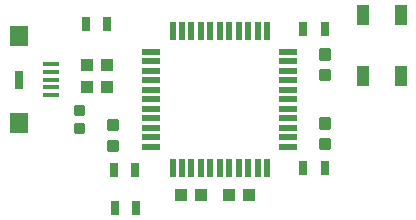
<source format=gtp>
G75*
%MOIN*%
%OFA0B0*%
%FSLAX25Y25*%
%IPPOS*%
%LPD*%
%AMOC8*
5,1,8,0,0,1.08239X$1,22.5*
%
%ADD10C,0.01181*%
%ADD11R,0.05709X0.01575*%
%ADD12R,0.05906X0.07087*%
%ADD13R,0.02756X0.05906*%
%ADD14R,0.03150X0.04724*%
%ADD15R,0.05906X0.01969*%
%ADD16R,0.01969X0.05906*%
%ADD17C,0.00875*%
%ADD18R,0.04331X0.03937*%
%ADD19R,0.03937X0.06500*%
D10*
X0051468Y0045969D02*
X0054224Y0045969D01*
X0051468Y0045969D02*
X0051468Y0048725D01*
X0054224Y0048725D01*
X0054224Y0045969D01*
X0054224Y0047149D02*
X0051468Y0047149D01*
X0051468Y0048329D02*
X0054224Y0048329D01*
X0054224Y0052875D02*
X0051468Y0052875D01*
X0051468Y0055631D01*
X0054224Y0055631D01*
X0054224Y0052875D01*
X0054224Y0054055D02*
X0051468Y0054055D01*
X0051468Y0055235D02*
X0054224Y0055235D01*
X0121968Y0053375D02*
X0124724Y0053375D01*
X0121968Y0053375D02*
X0121968Y0056131D01*
X0124724Y0056131D01*
X0124724Y0053375D01*
X0124724Y0054555D02*
X0121968Y0054555D01*
X0121968Y0055735D02*
X0124724Y0055735D01*
X0124724Y0046469D02*
X0121968Y0046469D01*
X0121968Y0049225D01*
X0124724Y0049225D01*
X0124724Y0046469D01*
X0124724Y0047649D02*
X0121968Y0047649D01*
X0121968Y0048829D02*
X0124724Y0048829D01*
X0124724Y0072225D02*
X0121968Y0072225D01*
X0124724Y0072225D02*
X0124724Y0069469D01*
X0121968Y0069469D01*
X0121968Y0072225D01*
X0121968Y0070649D02*
X0124724Y0070649D01*
X0124724Y0071829D02*
X0121968Y0071829D01*
X0121968Y0079131D02*
X0124724Y0079131D01*
X0124724Y0076375D01*
X0121968Y0076375D01*
X0121968Y0079131D01*
X0121968Y0077555D02*
X0124724Y0077555D01*
X0124724Y0078735D02*
X0121968Y0078735D01*
D11*
X0032075Y0074418D03*
X0032075Y0071859D03*
X0032075Y0069300D03*
X0032075Y0066741D03*
X0032075Y0064182D03*
D12*
X0021346Y0054796D03*
X0021346Y0083804D03*
D13*
X0021346Y0069300D03*
D14*
X0053303Y0026675D03*
X0060390Y0026675D03*
X0060015Y0039300D03*
X0052928Y0039300D03*
X0050890Y0087800D03*
X0043803Y0087800D03*
X0116178Y0086300D03*
X0123265Y0086300D03*
X0123265Y0039800D03*
X0116178Y0039800D03*
D15*
X0111181Y0047052D03*
X0111181Y0050202D03*
X0111181Y0053351D03*
X0111181Y0056501D03*
X0111181Y0059650D03*
X0111181Y0062800D03*
X0111181Y0065950D03*
X0111181Y0069099D03*
X0111181Y0072249D03*
X0111181Y0075398D03*
X0111181Y0078548D03*
X0065512Y0078548D03*
X0065512Y0075398D03*
X0065512Y0072249D03*
X0065512Y0069099D03*
X0065512Y0065950D03*
X0065512Y0062800D03*
X0065512Y0059650D03*
X0065512Y0056501D03*
X0065512Y0053351D03*
X0065512Y0050202D03*
X0065512Y0047052D03*
D16*
X0072598Y0039965D03*
X0075748Y0039965D03*
X0078898Y0039965D03*
X0082047Y0039965D03*
X0085197Y0039965D03*
X0088346Y0039965D03*
X0091496Y0039965D03*
X0094646Y0039965D03*
X0097795Y0039965D03*
X0100945Y0039965D03*
X0104094Y0039965D03*
X0104094Y0085635D03*
X0100945Y0085635D03*
X0097795Y0085635D03*
X0094646Y0085635D03*
X0091496Y0085635D03*
X0088346Y0085635D03*
X0085197Y0085635D03*
X0082047Y0085635D03*
X0078898Y0085635D03*
X0075748Y0085635D03*
X0072598Y0085635D03*
D17*
X0040033Y0060613D02*
X0040033Y0057987D01*
X0040033Y0060613D02*
X0042659Y0060613D01*
X0042659Y0057987D01*
X0040033Y0057987D01*
X0040033Y0058861D02*
X0042659Y0058861D01*
X0042659Y0059735D02*
X0040033Y0059735D01*
X0040033Y0060609D02*
X0042659Y0060609D01*
X0040033Y0054613D02*
X0040033Y0051987D01*
X0040033Y0054613D02*
X0042659Y0054613D01*
X0042659Y0051987D01*
X0040033Y0051987D01*
X0040033Y0052861D02*
X0042659Y0052861D01*
X0042659Y0053735D02*
X0040033Y0053735D01*
X0040033Y0054609D02*
X0042659Y0054609D01*
D18*
X0044000Y0066800D03*
X0050693Y0066800D03*
X0050693Y0074300D03*
X0044000Y0074300D03*
X0075500Y0030800D03*
X0082193Y0030800D03*
X0091500Y0030800D03*
X0098193Y0030800D03*
D19*
X0136047Y0070654D03*
X0148646Y0070654D03*
X0148646Y0090946D03*
X0136047Y0090946D03*
M02*

</source>
